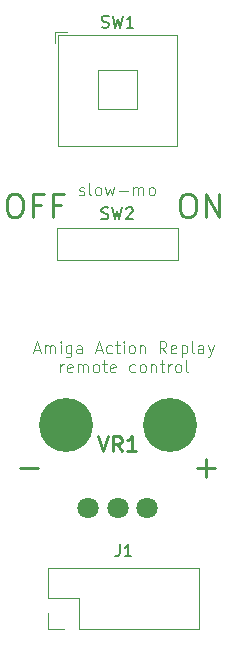
<source format=gbr>
%TF.GenerationSoftware,KiCad,Pcbnew,8.0.3*%
%TF.CreationDate,2025-02-04T11:13:52+01:00*%
%TF.ProjectId,RC,52432e6b-6963-4616-945f-706362585858,rev?*%
%TF.SameCoordinates,Original*%
%TF.FileFunction,Legend,Top*%
%TF.FilePolarity,Positive*%
%FSLAX46Y46*%
G04 Gerber Fmt 4.6, Leading zero omitted, Abs format (unit mm)*
G04 Created by KiCad (PCBNEW 8.0.3) date 2025-02-04 11:13:52*
%MOMM*%
%LPD*%
G01*
G04 APERTURE LIST*
%ADD10C,0.250000*%
%ADD11C,0.100000*%
%ADD12C,0.150000*%
%ADD13C,0.254000*%
%ADD14C,0.120000*%
%ADD15C,1.800000*%
%ADD16C,4.575000*%
G04 APERTURE END LIST*
D10*
X156238095Y-108980333D02*
X157761905Y-108980333D01*
X157000000Y-109742238D02*
X157000000Y-108218428D01*
D11*
X146256265Y-85824800D02*
X146351503Y-85872419D01*
X146351503Y-85872419D02*
X146541979Y-85872419D01*
X146541979Y-85872419D02*
X146637217Y-85824800D01*
X146637217Y-85824800D02*
X146684836Y-85729561D01*
X146684836Y-85729561D02*
X146684836Y-85681942D01*
X146684836Y-85681942D02*
X146637217Y-85586704D01*
X146637217Y-85586704D02*
X146541979Y-85539085D01*
X146541979Y-85539085D02*
X146399122Y-85539085D01*
X146399122Y-85539085D02*
X146303884Y-85491466D01*
X146303884Y-85491466D02*
X146256265Y-85396228D01*
X146256265Y-85396228D02*
X146256265Y-85348609D01*
X146256265Y-85348609D02*
X146303884Y-85253371D01*
X146303884Y-85253371D02*
X146399122Y-85205752D01*
X146399122Y-85205752D02*
X146541979Y-85205752D01*
X146541979Y-85205752D02*
X146637217Y-85253371D01*
X147256265Y-85872419D02*
X147161027Y-85824800D01*
X147161027Y-85824800D02*
X147113408Y-85729561D01*
X147113408Y-85729561D02*
X147113408Y-84872419D01*
X147780075Y-85872419D02*
X147684837Y-85824800D01*
X147684837Y-85824800D02*
X147637218Y-85777180D01*
X147637218Y-85777180D02*
X147589599Y-85681942D01*
X147589599Y-85681942D02*
X147589599Y-85396228D01*
X147589599Y-85396228D02*
X147637218Y-85300990D01*
X147637218Y-85300990D02*
X147684837Y-85253371D01*
X147684837Y-85253371D02*
X147780075Y-85205752D01*
X147780075Y-85205752D02*
X147922932Y-85205752D01*
X147922932Y-85205752D02*
X148018170Y-85253371D01*
X148018170Y-85253371D02*
X148065789Y-85300990D01*
X148065789Y-85300990D02*
X148113408Y-85396228D01*
X148113408Y-85396228D02*
X148113408Y-85681942D01*
X148113408Y-85681942D02*
X148065789Y-85777180D01*
X148065789Y-85777180D02*
X148018170Y-85824800D01*
X148018170Y-85824800D02*
X147922932Y-85872419D01*
X147922932Y-85872419D02*
X147780075Y-85872419D01*
X148446742Y-85205752D02*
X148637218Y-85872419D01*
X148637218Y-85872419D02*
X148827694Y-85396228D01*
X148827694Y-85396228D02*
X149018170Y-85872419D01*
X149018170Y-85872419D02*
X149208646Y-85205752D01*
X149589599Y-85491466D02*
X150351504Y-85491466D01*
X150827694Y-85872419D02*
X150827694Y-85205752D01*
X150827694Y-85300990D02*
X150875313Y-85253371D01*
X150875313Y-85253371D02*
X150970551Y-85205752D01*
X150970551Y-85205752D02*
X151113408Y-85205752D01*
X151113408Y-85205752D02*
X151208646Y-85253371D01*
X151208646Y-85253371D02*
X151256265Y-85348609D01*
X151256265Y-85348609D02*
X151256265Y-85872419D01*
X151256265Y-85348609D02*
X151303884Y-85253371D01*
X151303884Y-85253371D02*
X151399122Y-85205752D01*
X151399122Y-85205752D02*
X151541979Y-85205752D01*
X151541979Y-85205752D02*
X151637218Y-85253371D01*
X151637218Y-85253371D02*
X151684837Y-85348609D01*
X151684837Y-85348609D02*
X151684837Y-85872419D01*
X152303884Y-85872419D02*
X152208646Y-85824800D01*
X152208646Y-85824800D02*
X152161027Y-85777180D01*
X152161027Y-85777180D02*
X152113408Y-85681942D01*
X152113408Y-85681942D02*
X152113408Y-85396228D01*
X152113408Y-85396228D02*
X152161027Y-85300990D01*
X152161027Y-85300990D02*
X152208646Y-85253371D01*
X152208646Y-85253371D02*
X152303884Y-85205752D01*
X152303884Y-85205752D02*
X152446741Y-85205752D01*
X152446741Y-85205752D02*
X152541979Y-85253371D01*
X152541979Y-85253371D02*
X152589598Y-85300990D01*
X152589598Y-85300990D02*
X152637217Y-85396228D01*
X152637217Y-85396228D02*
X152637217Y-85681942D01*
X152637217Y-85681942D02*
X152589598Y-85777180D01*
X152589598Y-85777180D02*
X152541979Y-85824800D01*
X152541979Y-85824800D02*
X152446741Y-85872419D01*
X152446741Y-85872419D02*
X152303884Y-85872419D01*
D10*
X141238095Y-108980333D02*
X142761905Y-108980333D01*
X140595237Y-85742238D02*
X140976190Y-85742238D01*
X140976190Y-85742238D02*
X141166666Y-85837476D01*
X141166666Y-85837476D02*
X141357142Y-86027952D01*
X141357142Y-86027952D02*
X141452380Y-86408904D01*
X141452380Y-86408904D02*
X141452380Y-87075571D01*
X141452380Y-87075571D02*
X141357142Y-87456523D01*
X141357142Y-87456523D02*
X141166666Y-87647000D01*
X141166666Y-87647000D02*
X140976190Y-87742238D01*
X140976190Y-87742238D02*
X140595237Y-87742238D01*
X140595237Y-87742238D02*
X140404761Y-87647000D01*
X140404761Y-87647000D02*
X140214285Y-87456523D01*
X140214285Y-87456523D02*
X140119047Y-87075571D01*
X140119047Y-87075571D02*
X140119047Y-86408904D01*
X140119047Y-86408904D02*
X140214285Y-86027952D01*
X140214285Y-86027952D02*
X140404761Y-85837476D01*
X140404761Y-85837476D02*
X140595237Y-85742238D01*
X142976190Y-86694619D02*
X142309523Y-86694619D01*
X142309523Y-87742238D02*
X142309523Y-85742238D01*
X142309523Y-85742238D02*
X143261904Y-85742238D01*
X144690476Y-86694619D02*
X144023809Y-86694619D01*
X144023809Y-87742238D02*
X144023809Y-85742238D01*
X144023809Y-85742238D02*
X144976190Y-85742238D01*
D11*
X142428571Y-98976760D02*
X142904761Y-98976760D01*
X142333333Y-99262475D02*
X142666666Y-98262475D01*
X142666666Y-98262475D02*
X142999999Y-99262475D01*
X143333333Y-99262475D02*
X143333333Y-98595808D01*
X143333333Y-98691046D02*
X143380952Y-98643427D01*
X143380952Y-98643427D02*
X143476190Y-98595808D01*
X143476190Y-98595808D02*
X143619047Y-98595808D01*
X143619047Y-98595808D02*
X143714285Y-98643427D01*
X143714285Y-98643427D02*
X143761904Y-98738665D01*
X143761904Y-98738665D02*
X143761904Y-99262475D01*
X143761904Y-98738665D02*
X143809523Y-98643427D01*
X143809523Y-98643427D02*
X143904761Y-98595808D01*
X143904761Y-98595808D02*
X144047618Y-98595808D01*
X144047618Y-98595808D02*
X144142857Y-98643427D01*
X144142857Y-98643427D02*
X144190476Y-98738665D01*
X144190476Y-98738665D02*
X144190476Y-99262475D01*
X144666666Y-99262475D02*
X144666666Y-98595808D01*
X144666666Y-98262475D02*
X144619047Y-98310094D01*
X144619047Y-98310094D02*
X144666666Y-98357713D01*
X144666666Y-98357713D02*
X144714285Y-98310094D01*
X144714285Y-98310094D02*
X144666666Y-98262475D01*
X144666666Y-98262475D02*
X144666666Y-98357713D01*
X145571427Y-98595808D02*
X145571427Y-99405332D01*
X145571427Y-99405332D02*
X145523808Y-99500570D01*
X145523808Y-99500570D02*
X145476189Y-99548189D01*
X145476189Y-99548189D02*
X145380951Y-99595808D01*
X145380951Y-99595808D02*
X145238094Y-99595808D01*
X145238094Y-99595808D02*
X145142856Y-99548189D01*
X145571427Y-99214856D02*
X145476189Y-99262475D01*
X145476189Y-99262475D02*
X145285713Y-99262475D01*
X145285713Y-99262475D02*
X145190475Y-99214856D01*
X145190475Y-99214856D02*
X145142856Y-99167236D01*
X145142856Y-99167236D02*
X145095237Y-99071998D01*
X145095237Y-99071998D02*
X145095237Y-98786284D01*
X145095237Y-98786284D02*
X145142856Y-98691046D01*
X145142856Y-98691046D02*
X145190475Y-98643427D01*
X145190475Y-98643427D02*
X145285713Y-98595808D01*
X145285713Y-98595808D02*
X145476189Y-98595808D01*
X145476189Y-98595808D02*
X145571427Y-98643427D01*
X146476189Y-99262475D02*
X146476189Y-98738665D01*
X146476189Y-98738665D02*
X146428570Y-98643427D01*
X146428570Y-98643427D02*
X146333332Y-98595808D01*
X146333332Y-98595808D02*
X146142856Y-98595808D01*
X146142856Y-98595808D02*
X146047618Y-98643427D01*
X146476189Y-99214856D02*
X146380951Y-99262475D01*
X146380951Y-99262475D02*
X146142856Y-99262475D01*
X146142856Y-99262475D02*
X146047618Y-99214856D01*
X146047618Y-99214856D02*
X145999999Y-99119617D01*
X145999999Y-99119617D02*
X145999999Y-99024379D01*
X145999999Y-99024379D02*
X146047618Y-98929141D01*
X146047618Y-98929141D02*
X146142856Y-98881522D01*
X146142856Y-98881522D02*
X146380951Y-98881522D01*
X146380951Y-98881522D02*
X146476189Y-98833903D01*
X147666666Y-98976760D02*
X148142856Y-98976760D01*
X147571428Y-99262475D02*
X147904761Y-98262475D01*
X147904761Y-98262475D02*
X148238094Y-99262475D01*
X148999999Y-99214856D02*
X148904761Y-99262475D01*
X148904761Y-99262475D02*
X148714285Y-99262475D01*
X148714285Y-99262475D02*
X148619047Y-99214856D01*
X148619047Y-99214856D02*
X148571428Y-99167236D01*
X148571428Y-99167236D02*
X148523809Y-99071998D01*
X148523809Y-99071998D02*
X148523809Y-98786284D01*
X148523809Y-98786284D02*
X148571428Y-98691046D01*
X148571428Y-98691046D02*
X148619047Y-98643427D01*
X148619047Y-98643427D02*
X148714285Y-98595808D01*
X148714285Y-98595808D02*
X148904761Y-98595808D01*
X148904761Y-98595808D02*
X148999999Y-98643427D01*
X149285714Y-98595808D02*
X149666666Y-98595808D01*
X149428571Y-98262475D02*
X149428571Y-99119617D01*
X149428571Y-99119617D02*
X149476190Y-99214856D01*
X149476190Y-99214856D02*
X149571428Y-99262475D01*
X149571428Y-99262475D02*
X149666666Y-99262475D01*
X150000000Y-99262475D02*
X150000000Y-98595808D01*
X150000000Y-98262475D02*
X149952381Y-98310094D01*
X149952381Y-98310094D02*
X150000000Y-98357713D01*
X150000000Y-98357713D02*
X150047619Y-98310094D01*
X150047619Y-98310094D02*
X150000000Y-98262475D01*
X150000000Y-98262475D02*
X150000000Y-98357713D01*
X150619047Y-99262475D02*
X150523809Y-99214856D01*
X150523809Y-99214856D02*
X150476190Y-99167236D01*
X150476190Y-99167236D02*
X150428571Y-99071998D01*
X150428571Y-99071998D02*
X150428571Y-98786284D01*
X150428571Y-98786284D02*
X150476190Y-98691046D01*
X150476190Y-98691046D02*
X150523809Y-98643427D01*
X150523809Y-98643427D02*
X150619047Y-98595808D01*
X150619047Y-98595808D02*
X150761904Y-98595808D01*
X150761904Y-98595808D02*
X150857142Y-98643427D01*
X150857142Y-98643427D02*
X150904761Y-98691046D01*
X150904761Y-98691046D02*
X150952380Y-98786284D01*
X150952380Y-98786284D02*
X150952380Y-99071998D01*
X150952380Y-99071998D02*
X150904761Y-99167236D01*
X150904761Y-99167236D02*
X150857142Y-99214856D01*
X150857142Y-99214856D02*
X150761904Y-99262475D01*
X150761904Y-99262475D02*
X150619047Y-99262475D01*
X151380952Y-98595808D02*
X151380952Y-99262475D01*
X151380952Y-98691046D02*
X151428571Y-98643427D01*
X151428571Y-98643427D02*
X151523809Y-98595808D01*
X151523809Y-98595808D02*
X151666666Y-98595808D01*
X151666666Y-98595808D02*
X151761904Y-98643427D01*
X151761904Y-98643427D02*
X151809523Y-98738665D01*
X151809523Y-98738665D02*
X151809523Y-99262475D01*
X153619047Y-99262475D02*
X153285714Y-98786284D01*
X153047619Y-99262475D02*
X153047619Y-98262475D01*
X153047619Y-98262475D02*
X153428571Y-98262475D01*
X153428571Y-98262475D02*
X153523809Y-98310094D01*
X153523809Y-98310094D02*
X153571428Y-98357713D01*
X153571428Y-98357713D02*
X153619047Y-98452951D01*
X153619047Y-98452951D02*
X153619047Y-98595808D01*
X153619047Y-98595808D02*
X153571428Y-98691046D01*
X153571428Y-98691046D02*
X153523809Y-98738665D01*
X153523809Y-98738665D02*
X153428571Y-98786284D01*
X153428571Y-98786284D02*
X153047619Y-98786284D01*
X154428571Y-99214856D02*
X154333333Y-99262475D01*
X154333333Y-99262475D02*
X154142857Y-99262475D01*
X154142857Y-99262475D02*
X154047619Y-99214856D01*
X154047619Y-99214856D02*
X154000000Y-99119617D01*
X154000000Y-99119617D02*
X154000000Y-98738665D01*
X154000000Y-98738665D02*
X154047619Y-98643427D01*
X154047619Y-98643427D02*
X154142857Y-98595808D01*
X154142857Y-98595808D02*
X154333333Y-98595808D01*
X154333333Y-98595808D02*
X154428571Y-98643427D01*
X154428571Y-98643427D02*
X154476190Y-98738665D01*
X154476190Y-98738665D02*
X154476190Y-98833903D01*
X154476190Y-98833903D02*
X154000000Y-98929141D01*
X154904762Y-98595808D02*
X154904762Y-99595808D01*
X154904762Y-98643427D02*
X155000000Y-98595808D01*
X155000000Y-98595808D02*
X155190476Y-98595808D01*
X155190476Y-98595808D02*
X155285714Y-98643427D01*
X155285714Y-98643427D02*
X155333333Y-98691046D01*
X155333333Y-98691046D02*
X155380952Y-98786284D01*
X155380952Y-98786284D02*
X155380952Y-99071998D01*
X155380952Y-99071998D02*
X155333333Y-99167236D01*
X155333333Y-99167236D02*
X155285714Y-99214856D01*
X155285714Y-99214856D02*
X155190476Y-99262475D01*
X155190476Y-99262475D02*
X155000000Y-99262475D01*
X155000000Y-99262475D02*
X154904762Y-99214856D01*
X155952381Y-99262475D02*
X155857143Y-99214856D01*
X155857143Y-99214856D02*
X155809524Y-99119617D01*
X155809524Y-99119617D02*
X155809524Y-98262475D01*
X156761905Y-99262475D02*
X156761905Y-98738665D01*
X156761905Y-98738665D02*
X156714286Y-98643427D01*
X156714286Y-98643427D02*
X156619048Y-98595808D01*
X156619048Y-98595808D02*
X156428572Y-98595808D01*
X156428572Y-98595808D02*
X156333334Y-98643427D01*
X156761905Y-99214856D02*
X156666667Y-99262475D01*
X156666667Y-99262475D02*
X156428572Y-99262475D01*
X156428572Y-99262475D02*
X156333334Y-99214856D01*
X156333334Y-99214856D02*
X156285715Y-99119617D01*
X156285715Y-99119617D02*
X156285715Y-99024379D01*
X156285715Y-99024379D02*
X156333334Y-98929141D01*
X156333334Y-98929141D02*
X156428572Y-98881522D01*
X156428572Y-98881522D02*
X156666667Y-98881522D01*
X156666667Y-98881522D02*
X156761905Y-98833903D01*
X157142858Y-98595808D02*
X157380953Y-99262475D01*
X157619048Y-98595808D02*
X157380953Y-99262475D01*
X157380953Y-99262475D02*
X157285715Y-99500570D01*
X157285715Y-99500570D02*
X157238096Y-99548189D01*
X157238096Y-99548189D02*
X157142858Y-99595808D01*
X144642856Y-100872419D02*
X144642856Y-100205752D01*
X144642856Y-100396228D02*
X144690475Y-100300990D01*
X144690475Y-100300990D02*
X144738094Y-100253371D01*
X144738094Y-100253371D02*
X144833332Y-100205752D01*
X144833332Y-100205752D02*
X144928570Y-100205752D01*
X145642856Y-100824800D02*
X145547618Y-100872419D01*
X145547618Y-100872419D02*
X145357142Y-100872419D01*
X145357142Y-100872419D02*
X145261904Y-100824800D01*
X145261904Y-100824800D02*
X145214285Y-100729561D01*
X145214285Y-100729561D02*
X145214285Y-100348609D01*
X145214285Y-100348609D02*
X145261904Y-100253371D01*
X145261904Y-100253371D02*
X145357142Y-100205752D01*
X145357142Y-100205752D02*
X145547618Y-100205752D01*
X145547618Y-100205752D02*
X145642856Y-100253371D01*
X145642856Y-100253371D02*
X145690475Y-100348609D01*
X145690475Y-100348609D02*
X145690475Y-100443847D01*
X145690475Y-100443847D02*
X145214285Y-100539085D01*
X146119047Y-100872419D02*
X146119047Y-100205752D01*
X146119047Y-100300990D02*
X146166666Y-100253371D01*
X146166666Y-100253371D02*
X146261904Y-100205752D01*
X146261904Y-100205752D02*
X146404761Y-100205752D01*
X146404761Y-100205752D02*
X146499999Y-100253371D01*
X146499999Y-100253371D02*
X146547618Y-100348609D01*
X146547618Y-100348609D02*
X146547618Y-100872419D01*
X146547618Y-100348609D02*
X146595237Y-100253371D01*
X146595237Y-100253371D02*
X146690475Y-100205752D01*
X146690475Y-100205752D02*
X146833332Y-100205752D01*
X146833332Y-100205752D02*
X146928571Y-100253371D01*
X146928571Y-100253371D02*
X146976190Y-100348609D01*
X146976190Y-100348609D02*
X146976190Y-100872419D01*
X147595237Y-100872419D02*
X147499999Y-100824800D01*
X147499999Y-100824800D02*
X147452380Y-100777180D01*
X147452380Y-100777180D02*
X147404761Y-100681942D01*
X147404761Y-100681942D02*
X147404761Y-100396228D01*
X147404761Y-100396228D02*
X147452380Y-100300990D01*
X147452380Y-100300990D02*
X147499999Y-100253371D01*
X147499999Y-100253371D02*
X147595237Y-100205752D01*
X147595237Y-100205752D02*
X147738094Y-100205752D01*
X147738094Y-100205752D02*
X147833332Y-100253371D01*
X147833332Y-100253371D02*
X147880951Y-100300990D01*
X147880951Y-100300990D02*
X147928570Y-100396228D01*
X147928570Y-100396228D02*
X147928570Y-100681942D01*
X147928570Y-100681942D02*
X147880951Y-100777180D01*
X147880951Y-100777180D02*
X147833332Y-100824800D01*
X147833332Y-100824800D02*
X147738094Y-100872419D01*
X147738094Y-100872419D02*
X147595237Y-100872419D01*
X148214285Y-100205752D02*
X148595237Y-100205752D01*
X148357142Y-99872419D02*
X148357142Y-100729561D01*
X148357142Y-100729561D02*
X148404761Y-100824800D01*
X148404761Y-100824800D02*
X148499999Y-100872419D01*
X148499999Y-100872419D02*
X148595237Y-100872419D01*
X149309523Y-100824800D02*
X149214285Y-100872419D01*
X149214285Y-100872419D02*
X149023809Y-100872419D01*
X149023809Y-100872419D02*
X148928571Y-100824800D01*
X148928571Y-100824800D02*
X148880952Y-100729561D01*
X148880952Y-100729561D02*
X148880952Y-100348609D01*
X148880952Y-100348609D02*
X148928571Y-100253371D01*
X148928571Y-100253371D02*
X149023809Y-100205752D01*
X149023809Y-100205752D02*
X149214285Y-100205752D01*
X149214285Y-100205752D02*
X149309523Y-100253371D01*
X149309523Y-100253371D02*
X149357142Y-100348609D01*
X149357142Y-100348609D02*
X149357142Y-100443847D01*
X149357142Y-100443847D02*
X148880952Y-100539085D01*
X150976190Y-100824800D02*
X150880952Y-100872419D01*
X150880952Y-100872419D02*
X150690476Y-100872419D01*
X150690476Y-100872419D02*
X150595238Y-100824800D01*
X150595238Y-100824800D02*
X150547619Y-100777180D01*
X150547619Y-100777180D02*
X150500000Y-100681942D01*
X150500000Y-100681942D02*
X150500000Y-100396228D01*
X150500000Y-100396228D02*
X150547619Y-100300990D01*
X150547619Y-100300990D02*
X150595238Y-100253371D01*
X150595238Y-100253371D02*
X150690476Y-100205752D01*
X150690476Y-100205752D02*
X150880952Y-100205752D01*
X150880952Y-100205752D02*
X150976190Y-100253371D01*
X151547619Y-100872419D02*
X151452381Y-100824800D01*
X151452381Y-100824800D02*
X151404762Y-100777180D01*
X151404762Y-100777180D02*
X151357143Y-100681942D01*
X151357143Y-100681942D02*
X151357143Y-100396228D01*
X151357143Y-100396228D02*
X151404762Y-100300990D01*
X151404762Y-100300990D02*
X151452381Y-100253371D01*
X151452381Y-100253371D02*
X151547619Y-100205752D01*
X151547619Y-100205752D02*
X151690476Y-100205752D01*
X151690476Y-100205752D02*
X151785714Y-100253371D01*
X151785714Y-100253371D02*
X151833333Y-100300990D01*
X151833333Y-100300990D02*
X151880952Y-100396228D01*
X151880952Y-100396228D02*
X151880952Y-100681942D01*
X151880952Y-100681942D02*
X151833333Y-100777180D01*
X151833333Y-100777180D02*
X151785714Y-100824800D01*
X151785714Y-100824800D02*
X151690476Y-100872419D01*
X151690476Y-100872419D02*
X151547619Y-100872419D01*
X152309524Y-100205752D02*
X152309524Y-100872419D01*
X152309524Y-100300990D02*
X152357143Y-100253371D01*
X152357143Y-100253371D02*
X152452381Y-100205752D01*
X152452381Y-100205752D02*
X152595238Y-100205752D01*
X152595238Y-100205752D02*
X152690476Y-100253371D01*
X152690476Y-100253371D02*
X152738095Y-100348609D01*
X152738095Y-100348609D02*
X152738095Y-100872419D01*
X153071429Y-100205752D02*
X153452381Y-100205752D01*
X153214286Y-99872419D02*
X153214286Y-100729561D01*
X153214286Y-100729561D02*
X153261905Y-100824800D01*
X153261905Y-100824800D02*
X153357143Y-100872419D01*
X153357143Y-100872419D02*
X153452381Y-100872419D01*
X153785715Y-100872419D02*
X153785715Y-100205752D01*
X153785715Y-100396228D02*
X153833334Y-100300990D01*
X153833334Y-100300990D02*
X153880953Y-100253371D01*
X153880953Y-100253371D02*
X153976191Y-100205752D01*
X153976191Y-100205752D02*
X154071429Y-100205752D01*
X154547620Y-100872419D02*
X154452382Y-100824800D01*
X154452382Y-100824800D02*
X154404763Y-100777180D01*
X154404763Y-100777180D02*
X154357144Y-100681942D01*
X154357144Y-100681942D02*
X154357144Y-100396228D01*
X154357144Y-100396228D02*
X154404763Y-100300990D01*
X154404763Y-100300990D02*
X154452382Y-100253371D01*
X154452382Y-100253371D02*
X154547620Y-100205752D01*
X154547620Y-100205752D02*
X154690477Y-100205752D01*
X154690477Y-100205752D02*
X154785715Y-100253371D01*
X154785715Y-100253371D02*
X154833334Y-100300990D01*
X154833334Y-100300990D02*
X154880953Y-100396228D01*
X154880953Y-100396228D02*
X154880953Y-100681942D01*
X154880953Y-100681942D02*
X154833334Y-100777180D01*
X154833334Y-100777180D02*
X154785715Y-100824800D01*
X154785715Y-100824800D02*
X154690477Y-100872419D01*
X154690477Y-100872419D02*
X154547620Y-100872419D01*
X155452382Y-100872419D02*
X155357144Y-100824800D01*
X155357144Y-100824800D02*
X155309525Y-100729561D01*
X155309525Y-100729561D02*
X155309525Y-99872419D01*
D10*
X155261904Y-85742238D02*
X155642857Y-85742238D01*
X155642857Y-85742238D02*
X155833333Y-85837476D01*
X155833333Y-85837476D02*
X156023809Y-86027952D01*
X156023809Y-86027952D02*
X156119047Y-86408904D01*
X156119047Y-86408904D02*
X156119047Y-87075571D01*
X156119047Y-87075571D02*
X156023809Y-87456523D01*
X156023809Y-87456523D02*
X155833333Y-87647000D01*
X155833333Y-87647000D02*
X155642857Y-87742238D01*
X155642857Y-87742238D02*
X155261904Y-87742238D01*
X155261904Y-87742238D02*
X155071428Y-87647000D01*
X155071428Y-87647000D02*
X154880952Y-87456523D01*
X154880952Y-87456523D02*
X154785714Y-87075571D01*
X154785714Y-87075571D02*
X154785714Y-86408904D01*
X154785714Y-86408904D02*
X154880952Y-86027952D01*
X154880952Y-86027952D02*
X155071428Y-85837476D01*
X155071428Y-85837476D02*
X155261904Y-85742238D01*
X156976190Y-87742238D02*
X156976190Y-85742238D01*
X156976190Y-85742238D02*
X158119047Y-87742238D01*
X158119047Y-87742238D02*
X158119047Y-85742238D01*
D12*
X149666666Y-115454819D02*
X149666666Y-116169104D01*
X149666666Y-116169104D02*
X149619047Y-116311961D01*
X149619047Y-116311961D02*
X149523809Y-116407200D01*
X149523809Y-116407200D02*
X149380952Y-116454819D01*
X149380952Y-116454819D02*
X149285714Y-116454819D01*
X150666666Y-116454819D02*
X150095238Y-116454819D01*
X150380952Y-116454819D02*
X150380952Y-115454819D01*
X150380952Y-115454819D02*
X150285714Y-115597676D01*
X150285714Y-115597676D02*
X150190476Y-115692914D01*
X150190476Y-115692914D02*
X150095238Y-115740533D01*
X148126667Y-87867200D02*
X148269524Y-87914819D01*
X148269524Y-87914819D02*
X148507619Y-87914819D01*
X148507619Y-87914819D02*
X148602857Y-87867200D01*
X148602857Y-87867200D02*
X148650476Y-87819580D01*
X148650476Y-87819580D02*
X148698095Y-87724342D01*
X148698095Y-87724342D02*
X148698095Y-87629104D01*
X148698095Y-87629104D02*
X148650476Y-87533866D01*
X148650476Y-87533866D02*
X148602857Y-87486247D01*
X148602857Y-87486247D02*
X148507619Y-87438628D01*
X148507619Y-87438628D02*
X148317143Y-87391009D01*
X148317143Y-87391009D02*
X148221905Y-87343390D01*
X148221905Y-87343390D02*
X148174286Y-87295771D01*
X148174286Y-87295771D02*
X148126667Y-87200533D01*
X148126667Y-87200533D02*
X148126667Y-87105295D01*
X148126667Y-87105295D02*
X148174286Y-87010057D01*
X148174286Y-87010057D02*
X148221905Y-86962438D01*
X148221905Y-86962438D02*
X148317143Y-86914819D01*
X148317143Y-86914819D02*
X148555238Y-86914819D01*
X148555238Y-86914819D02*
X148698095Y-86962438D01*
X149031429Y-86914819D02*
X149269524Y-87914819D01*
X149269524Y-87914819D02*
X149460000Y-87200533D01*
X149460000Y-87200533D02*
X149650476Y-87914819D01*
X149650476Y-87914819D02*
X149888572Y-86914819D01*
X150221905Y-87010057D02*
X150269524Y-86962438D01*
X150269524Y-86962438D02*
X150364762Y-86914819D01*
X150364762Y-86914819D02*
X150602857Y-86914819D01*
X150602857Y-86914819D02*
X150698095Y-86962438D01*
X150698095Y-86962438D02*
X150745714Y-87010057D01*
X150745714Y-87010057D02*
X150793333Y-87105295D01*
X150793333Y-87105295D02*
X150793333Y-87200533D01*
X150793333Y-87200533D02*
X150745714Y-87343390D01*
X150745714Y-87343390D02*
X150174286Y-87914819D01*
X150174286Y-87914819D02*
X150793333Y-87914819D01*
X148166667Y-71657200D02*
X148309524Y-71704819D01*
X148309524Y-71704819D02*
X148547619Y-71704819D01*
X148547619Y-71704819D02*
X148642857Y-71657200D01*
X148642857Y-71657200D02*
X148690476Y-71609580D01*
X148690476Y-71609580D02*
X148738095Y-71514342D01*
X148738095Y-71514342D02*
X148738095Y-71419104D01*
X148738095Y-71419104D02*
X148690476Y-71323866D01*
X148690476Y-71323866D02*
X148642857Y-71276247D01*
X148642857Y-71276247D02*
X148547619Y-71228628D01*
X148547619Y-71228628D02*
X148357143Y-71181009D01*
X148357143Y-71181009D02*
X148261905Y-71133390D01*
X148261905Y-71133390D02*
X148214286Y-71085771D01*
X148214286Y-71085771D02*
X148166667Y-70990533D01*
X148166667Y-70990533D02*
X148166667Y-70895295D01*
X148166667Y-70895295D02*
X148214286Y-70800057D01*
X148214286Y-70800057D02*
X148261905Y-70752438D01*
X148261905Y-70752438D02*
X148357143Y-70704819D01*
X148357143Y-70704819D02*
X148595238Y-70704819D01*
X148595238Y-70704819D02*
X148738095Y-70752438D01*
X149071429Y-70704819D02*
X149309524Y-71704819D01*
X149309524Y-71704819D02*
X149500000Y-70990533D01*
X149500000Y-70990533D02*
X149690476Y-71704819D01*
X149690476Y-71704819D02*
X149928572Y-70704819D01*
X150833333Y-71704819D02*
X150261905Y-71704819D01*
X150547619Y-71704819D02*
X150547619Y-70704819D01*
X150547619Y-70704819D02*
X150452381Y-70847676D01*
X150452381Y-70847676D02*
X150357143Y-70942914D01*
X150357143Y-70942914D02*
X150261905Y-70990533D01*
D13*
X147836905Y-106279318D02*
X148260238Y-107549318D01*
X148260238Y-107549318D02*
X148683572Y-106279318D01*
X149832619Y-107549318D02*
X149409285Y-106944556D01*
X149106904Y-107549318D02*
X149106904Y-106279318D01*
X149106904Y-106279318D02*
X149590714Y-106279318D01*
X149590714Y-106279318D02*
X149711666Y-106339794D01*
X149711666Y-106339794D02*
X149772143Y-106400270D01*
X149772143Y-106400270D02*
X149832619Y-106521222D01*
X149832619Y-106521222D02*
X149832619Y-106702651D01*
X149832619Y-106702651D02*
X149772143Y-106823603D01*
X149772143Y-106823603D02*
X149711666Y-106884080D01*
X149711666Y-106884080D02*
X149590714Y-106944556D01*
X149590714Y-106944556D02*
X149106904Y-106944556D01*
X151042143Y-107549318D02*
X150316428Y-107549318D01*
X150679285Y-107549318D02*
X150679285Y-106279318D01*
X150679285Y-106279318D02*
X150558333Y-106460746D01*
X150558333Y-106460746D02*
X150437381Y-106581699D01*
X150437381Y-106581699D02*
X150316428Y-106642175D01*
D14*
%TO.C,J1*%
X143595000Y-117405000D02*
X156415000Y-117405000D01*
X143595000Y-120005000D02*
X143595000Y-117405000D01*
X143595000Y-122605000D02*
X143595000Y-121275000D01*
X144925000Y-122605000D02*
X143595000Y-122605000D01*
X146195000Y-120005000D02*
X143595000Y-120005000D01*
X146195000Y-122605000D02*
X146195000Y-120005000D01*
X146195000Y-122605000D02*
X156415000Y-122605000D01*
X156415000Y-122605000D02*
X156415000Y-117405000D01*
%TO.C,SW2*%
X144350000Y-88640000D02*
X154570000Y-88640000D01*
X154570000Y-91360000D01*
X144350000Y-91360000D01*
X144350000Y-88640000D01*
%TO.C,SW1*%
X144230000Y-73030000D02*
X144230000Y-72030000D01*
X144480000Y-81720000D02*
X144480000Y-72280000D01*
X145230000Y-72030000D02*
X144230000Y-72030000D01*
X147800000Y-75300000D02*
X147800000Y-78600000D01*
X151100000Y-75300000D02*
X147800000Y-75300000D01*
X151100000Y-75300000D02*
X151100000Y-78600000D01*
X151100000Y-78600000D02*
X147800000Y-78600000D01*
X154520000Y-72280000D02*
X144480000Y-72280000D01*
X154520000Y-81720000D02*
X144480000Y-81720000D01*
X154520000Y-81720000D02*
X154520000Y-72280000D01*
%TD*%
D15*
%TO.C,VR1*%
X147000000Y-112325000D03*
X149500000Y-112325000D03*
X152000000Y-112325000D03*
D16*
X145100000Y-105325000D03*
X153900000Y-105325000D03*
%TD*%
M02*

</source>
